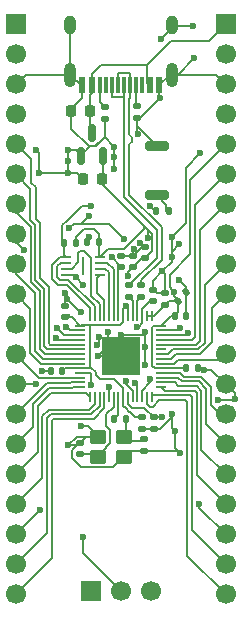
<source format=gbr>
%TF.GenerationSoftware,KiCad,Pcbnew,9.0.5*%
%TF.CreationDate,2025-11-18T21:13:20-05:00*%
%TF.ProjectId,JayBoard,4a617942-6f61-4726-942e-6b696361645f,rev?*%
%TF.SameCoordinates,Original*%
%TF.FileFunction,Copper,L1,Top*%
%TF.FilePolarity,Positive*%
%FSLAX46Y46*%
G04 Gerber Fmt 4.6, Leading zero omitted, Abs format (unit mm)*
G04 Created by KiCad (PCBNEW 9.0.5) date 2025-11-18 21:13:20*
%MOMM*%
%LPD*%
G01*
G04 APERTURE LIST*
G04 Aperture macros list*
%AMRoundRect*
0 Rectangle with rounded corners*
0 $1 Rounding radius*
0 $2 $3 $4 $5 $6 $7 $8 $9 X,Y pos of 4 corners*
0 Add a 4 corners polygon primitive as box body*
4,1,4,$2,$3,$4,$5,$6,$7,$8,$9,$2,$3,0*
0 Add four circle primitives for the rounded corners*
1,1,$1+$1,$2,$3*
1,1,$1+$1,$4,$5*
1,1,$1+$1,$6,$7*
1,1,$1+$1,$8,$9*
0 Add four rect primitives between the rounded corners*
20,1,$1+$1,$2,$3,$4,$5,0*
20,1,$1+$1,$4,$5,$6,$7,0*
20,1,$1+$1,$6,$7,$8,$9,0*
20,1,$1+$1,$8,$9,$2,$3,0*%
G04 Aperture macros list end*
%TA.AperFunction,ComponentPad*%
%ADD10C,1.700000*%
%TD*%
%TA.AperFunction,ComponentPad*%
%ADD11R,1.700000X1.700000*%
%TD*%
%TA.AperFunction,HeatsinkPad*%
%ADD12R,3.200000X3.200000*%
%TD*%
%TA.AperFunction,SMDPad,CuDef*%
%ADD13RoundRect,0.050000X-0.050000X-0.387500X0.050000X-0.387500X0.050000X0.387500X-0.050000X0.387500X0*%
%TD*%
%TA.AperFunction,SMDPad,CuDef*%
%ADD14RoundRect,0.050000X-0.387500X-0.050000X0.387500X-0.050000X0.387500X0.050000X-0.387500X0.050000X0*%
%TD*%
%TA.AperFunction,SMDPad,CuDef*%
%ADD15RoundRect,0.140000X0.170000X-0.140000X0.170000X0.140000X-0.170000X0.140000X-0.170000X-0.140000X0*%
%TD*%
%TA.AperFunction,SMDPad,CuDef*%
%ADD16RoundRect,0.225000X0.225000X0.250000X-0.225000X0.250000X-0.225000X-0.250000X0.225000X-0.250000X0*%
%TD*%
%TA.AperFunction,SMDPad,CuDef*%
%ADD17R,0.600000X1.450000*%
%TD*%
%TA.AperFunction,SMDPad,CuDef*%
%ADD18R,0.300000X1.450000*%
%TD*%
%TA.AperFunction,HeatsinkPad*%
%ADD19O,1.000000X2.100000*%
%TD*%
%TA.AperFunction,HeatsinkPad*%
%ADD20O,1.000000X1.600000*%
%TD*%
%TA.AperFunction,SMDPad,CuDef*%
%ADD21RoundRect,0.135000X-0.185000X0.135000X-0.185000X-0.135000X0.185000X-0.135000X0.185000X0.135000X0*%
%TD*%
%TA.AperFunction,SMDPad,CuDef*%
%ADD22RoundRect,0.135000X0.135000X0.185000X-0.135000X0.185000X-0.135000X-0.185000X0.135000X-0.185000X0*%
%TD*%
%TA.AperFunction,SMDPad,CuDef*%
%ADD23RoundRect,0.200000X-0.800000X0.200000X-0.800000X-0.200000X0.800000X-0.200000X0.800000X0.200000X0*%
%TD*%
%TA.AperFunction,SMDPad,CuDef*%
%ADD24RoundRect,0.140000X-0.170000X0.140000X-0.170000X-0.140000X0.170000X-0.140000X0.170000X0.140000X0*%
%TD*%
%TA.AperFunction,SMDPad,CuDef*%
%ADD25RoundRect,0.135000X-0.135000X-0.185000X0.135000X-0.185000X0.135000X0.185000X-0.135000X0.185000X0*%
%TD*%
%TA.AperFunction,SMDPad,CuDef*%
%ADD26RoundRect,0.140000X0.021213X-0.219203X0.219203X-0.021213X-0.021213X0.219203X-0.219203X0.021213X0*%
%TD*%
%TA.AperFunction,SMDPad,CuDef*%
%ADD27RoundRect,0.250000X0.450000X0.350000X-0.450000X0.350000X-0.450000X-0.350000X0.450000X-0.350000X0*%
%TD*%
%TA.AperFunction,SMDPad,CuDef*%
%ADD28RoundRect,0.062500X-0.387500X-0.062500X0.387500X-0.062500X0.387500X0.062500X-0.387500X0.062500X0*%
%TD*%
%TA.AperFunction,HeatsinkPad*%
%ADD29R,0.200000X1.600000*%
%TD*%
%TA.AperFunction,SMDPad,CuDef*%
%ADD30RoundRect,0.140000X0.140000X0.170000X-0.140000X0.170000X-0.140000X-0.170000X0.140000X-0.170000X0*%
%TD*%
%TA.AperFunction,SMDPad,CuDef*%
%ADD31RoundRect,0.150000X0.150000X-0.587500X0.150000X0.587500X-0.150000X0.587500X-0.150000X-0.587500X0*%
%TD*%
%TA.AperFunction,SMDPad,CuDef*%
%ADD32RoundRect,0.140000X-0.140000X-0.170000X0.140000X-0.170000X0.140000X0.170000X-0.140000X0.170000X0*%
%TD*%
%TA.AperFunction,ViaPad*%
%ADD33C,0.600000*%
%TD*%
%TA.AperFunction,Conductor*%
%ADD34C,0.200000*%
%TD*%
G04 APERTURE END LIST*
D10*
%TO.P,J2,20,Pin_20*%
%TO.N,GPIO15*%
X221930000Y-115570000D03*
%TO.P,J2,19,Pin_19*%
%TO.N,GPIO14*%
X221930000Y-113030000D03*
%TO.P,J2,18,Pin_18*%
%TO.N,GND*%
X221930000Y-110490000D03*
%TO.P,J2,17,Pin_17*%
%TO.N,GPIO13*%
X221930000Y-107950000D03*
%TO.P,J2,16,Pin_16*%
%TO.N,GPIO12*%
X221930000Y-105410000D03*
%TO.P,J2,15,Pin_15*%
%TO.N,GPIO11*%
X221930000Y-102870000D03*
%TO.P,J2,14,Pin_14*%
%TO.N,GPIO10*%
X221930000Y-100330000D03*
%TO.P,J2,13,Pin_13*%
%TO.N,GND*%
X221930000Y-97790000D03*
%TO.P,J2,12,Pin_12*%
%TO.N,GPIO9*%
X221930000Y-95250000D03*
%TO.P,J2,11,Pin_11*%
%TO.N,GPIO8*%
X221930000Y-92710000D03*
%TO.P,J2,10,Pin_10*%
%TO.N,GPIO7*%
X221930000Y-90170000D03*
%TO.P,J2,9,Pin_9*%
%TO.N,GPIO6*%
X221930000Y-87630000D03*
%TO.P,J2,8,Pin_8*%
%TO.N,GND*%
X221930000Y-85090000D03*
%TO.P,J2,7,Pin_7*%
%TO.N,GPIO5*%
X221930000Y-82550000D03*
%TO.P,J2,6,Pin_6*%
%TO.N,GPIO4*%
X221930000Y-80010000D03*
%TO.P,J2,5,Pin_5*%
%TO.N,GPIO3*%
X221930000Y-77470000D03*
%TO.P,J2,4,Pin_4*%
%TO.N,GPIO2*%
X221930000Y-74930000D03*
%TO.P,J2,3,Pin_3*%
%TO.N,GND*%
X221930000Y-72390000D03*
%TO.P,J2,2,Pin_2*%
%TO.N,GPIO1*%
X221930000Y-69850000D03*
D11*
%TO.P,J2,1,Pin_1*%
%TO.N,GPIO0*%
X221930000Y-67310000D03*
%TD*%
D12*
%TO.P,U1,57,GND*%
%TO.N,GND*%
X230820000Y-95440000D03*
D13*
%TO.P,U1,56,QSPI_SS*%
%TO.N,QSPI_SS*%
X228220000Y-92002500D03*
%TO.P,U1,55,QSPI_SD1*%
%TO.N,QSPI_SD1*%
X228620000Y-92002500D03*
%TO.P,U1,54,QSPI_SD2*%
%TO.N,QSPI_SD2*%
X229020000Y-92002500D03*
%TO.P,U1,53,QSPI_SD0*%
%TO.N,QSPI_SD0*%
X229420000Y-92002500D03*
%TO.P,U1,52,QSPI_SCLK*%
%TO.N,QSPI_SCLK*%
X229820000Y-92002500D03*
%TO.P,U1,51,QSPI_SD3*%
%TO.N,QSPI_SD3*%
X230220000Y-92002500D03*
%TO.P,U1,50,DVDD*%
%TO.N,+1V1*%
X230620000Y-92002500D03*
%TO.P,U1,49,IOVDD*%
%TO.N,+3V3*%
X231020000Y-92002500D03*
%TO.P,U1,48,USB_VDD*%
X231420000Y-92002500D03*
%TO.P,U1,47,USB_DP*%
%TO.N,Net-(U1-USB_DP)*%
X231820000Y-92002500D03*
%TO.P,U1,46,USB_DM*%
%TO.N,Net-(U1-USB_DM)*%
X232220000Y-92002500D03*
%TO.P,U1,45,VREG_VOUT*%
%TO.N,+1V1*%
X232620000Y-92002500D03*
%TO.P,U1,44,VREG_IN*%
%TO.N,+3V3*%
X233020000Y-92002500D03*
%TO.P,U1,43,ADC_AVDD*%
X233420000Y-92002500D03*
D14*
%TO.P,U1,42,IOVDD*%
X234257500Y-92840000D03*
%TO.P,U1,41,GPIO29_ADC3*%
%TO.N,GPIO29_ADC3*%
X234257500Y-93240000D03*
%TO.P,U1,40,GPIO28_ADC2*%
%TO.N,GPIO28_ADC2*%
X234257500Y-93640000D03*
%TO.P,U1,39,GPIO27_ADC1*%
%TO.N,GPIO27_ADC1*%
X234257500Y-94040000D03*
%TO.P,U1,38,GPIO26_ADC0*%
%TO.N,GPIO26_ADC0*%
X234257500Y-94440000D03*
%TO.P,U1,37,GPIO25*%
%TO.N,unconnected-(U1-GPIO25-Pad37)*%
X234257500Y-94840000D03*
%TO.P,U1,36,GPIO24*%
%TO.N,GPIO24*%
X234257500Y-95240000D03*
%TO.P,U1,35,GPIO23*%
%TO.N,GPIO23*%
X234257500Y-95640000D03*
%TO.P,U1,34,GPIO22*%
%TO.N,GPIO22*%
X234257500Y-96040000D03*
%TO.P,U1,33,IOVDD*%
%TO.N,+3V3*%
X234257500Y-96440000D03*
%TO.P,U1,32,GPIO21*%
%TO.N,GPIO21*%
X234257500Y-96840000D03*
%TO.P,U1,31,GPIO20*%
%TO.N,GPIO20*%
X234257500Y-97240000D03*
%TO.P,U1,30,GPIO19*%
%TO.N,GPIO19*%
X234257500Y-97640000D03*
%TO.P,U1,29,GPIO18*%
%TO.N,GPIO18*%
X234257500Y-98040000D03*
D13*
%TO.P,U1,28,GPIO17*%
%TO.N,GPIO17*%
X233420000Y-98877500D03*
%TO.P,U1,27,GPIO16*%
%TO.N,GPIO16*%
X233020000Y-98877500D03*
%TO.P,U1,26,RUN*%
%TO.N,RUN*%
X232620000Y-98877500D03*
%TO.P,U1,25,SWD*%
%TO.N,SWD*%
X232220000Y-98877500D03*
%TO.P,U1,24,SWCLK*%
%TO.N,SWCLK*%
X231820000Y-98877500D03*
%TO.P,U1,23,DVDD*%
%TO.N,+1V1*%
X231420000Y-98877500D03*
%TO.P,U1,22,IOVDD*%
%TO.N,+3V3*%
X231020000Y-98877500D03*
%TO.P,U1,21,XOUT*%
%TO.N,XOUT*%
X230620000Y-98877500D03*
%TO.P,U1,20,XIN*%
%TO.N,XIN*%
X230220000Y-98877500D03*
%TO.P,U1,19,TESTEN*%
%TO.N,GND*%
X229820000Y-98877500D03*
%TO.P,U1,18,GPIO15*%
%TO.N,GPIO15*%
X229420000Y-98877500D03*
%TO.P,U1,17,GPIO14*%
%TO.N,GPIO14*%
X229020000Y-98877500D03*
%TO.P,U1,16,GPIO13*%
%TO.N,GPIO13*%
X228620000Y-98877500D03*
%TO.P,U1,15,GPIO12*%
%TO.N,GPIO12*%
X228220000Y-98877500D03*
D14*
%TO.P,U1,14,GPIO11*%
%TO.N,GPIO11*%
X227382500Y-98040000D03*
%TO.P,U1,13,GPIO10*%
%TO.N,GPIO10*%
X227382500Y-97640000D03*
%TO.P,U1,12,GPIO9*%
%TO.N,GPIO9*%
X227382500Y-97240000D03*
%TO.P,U1,11,GPIO8*%
%TO.N,GPIO8*%
X227382500Y-96840000D03*
%TO.P,U1,10,IOVDD*%
%TO.N,+3V3*%
X227382500Y-96440000D03*
%TO.P,U1,9,GPIO7*%
%TO.N,GPIO7*%
X227382500Y-96040000D03*
%TO.P,U1,8,GPIO6*%
%TO.N,GPIO6*%
X227382500Y-95640000D03*
%TO.P,U1,7,GPIO5*%
%TO.N,GPIO5*%
X227382500Y-95240000D03*
%TO.P,U1,6,GPIO4*%
%TO.N,GPIO4*%
X227382500Y-94840000D03*
%TO.P,U1,5,GPIO3*%
%TO.N,GPIO3*%
X227382500Y-94440000D03*
%TO.P,U1,4,GPIO2*%
%TO.N,GPIO2*%
X227382500Y-94040000D03*
%TO.P,U1,3,GPIO1*%
%TO.N,GPIO1*%
X227382500Y-93640000D03*
%TO.P,U1,2,GPIO0*%
%TO.N,GPIO0*%
X227382500Y-93240000D03*
%TO.P,U1,1,IOVDD*%
%TO.N,+3V3*%
X227382500Y-92840000D03*
%TD*%
D15*
%TO.P,C4,1*%
%TO.N,+3V3*%
X226060000Y-92140000D03*
%TO.P,C4,2*%
%TO.N,GND*%
X226060000Y-91180000D03*
%TD*%
D16*
%TO.P,C13,1*%
%TO.N,VBUS*%
X228185000Y-74620000D03*
%TO.P,C13,2*%
%TO.N,GND*%
X226635000Y-74620000D03*
%TD*%
D15*
%TO.P,C5,1*%
%TO.N,+3V3*%
X234520000Y-91070000D03*
%TO.P,C5,2*%
%TO.N,GND*%
X234520000Y-90110000D03*
%TD*%
%TO.P,C6,1*%
%TO.N,+3V3*%
X231870000Y-87870000D03*
%TO.P,C6,2*%
%TO.N,GND*%
X231870000Y-86910000D03*
%TD*%
D17*
%TO.P,J1,A1,GND*%
%TO.N,GND*%
X234070000Y-72485000D03*
%TO.P,J1,A4,VBUS*%
%TO.N,VBUS*%
X233270000Y-72485000D03*
D18*
%TO.P,J1,A5,CC1*%
%TO.N,Net-(J1-CC1)*%
X232070000Y-72485000D03*
%TO.P,J1,A6,D+*%
%TO.N,USB_D+*%
X231070000Y-72485000D03*
%TO.P,J1,A7,D-*%
%TO.N,USB_D-*%
X230570000Y-72485000D03*
%TO.P,J1,A8*%
%TO.N,N/C*%
X229570000Y-72485000D03*
D17*
%TO.P,J1,A9,VBUS*%
%TO.N,VBUS*%
X228370000Y-72485000D03*
%TO.P,J1,A12,GND*%
%TO.N,GND*%
X227570000Y-72485000D03*
%TO.P,J1,B1,GND*%
X227570000Y-72485000D03*
%TO.P,J1,B4,VBUS*%
%TO.N,VBUS*%
X228370000Y-72485000D03*
D18*
%TO.P,J1,B5,CC2*%
%TO.N,Net-(J1-CC2)*%
X229070000Y-72485000D03*
%TO.P,J1,B6,D+*%
%TO.N,USB_D+*%
X230070000Y-72485000D03*
%TO.P,J1,B7,D-*%
%TO.N,USB_D-*%
X231570000Y-72485000D03*
%TO.P,J1,B8*%
%TO.N,N/C*%
X232570000Y-72485000D03*
D17*
%TO.P,J1,B9,VBUS*%
%TO.N,VBUS*%
X233270000Y-72485000D03*
%TO.P,J1,B12,GND*%
%TO.N,GND*%
X234070000Y-72485000D03*
D19*
%TO.P,J1,S1,SHIELD*%
X235140000Y-71570000D03*
D20*
X235140000Y-67390000D03*
D19*
X226500000Y-71570000D03*
D20*
X226500000Y-67390000D03*
%TD*%
D21*
%TO.P,R3,1*%
%TO.N,USB_D+*%
X231495000Y-89420000D03*
%TO.P,R3,2*%
%TO.N,Net-(U1-USB_DP)*%
X231495000Y-90440000D03*
%TD*%
%TO.P,R2,1*%
%TO.N,Net-(J1-CC1)*%
X232210000Y-74250000D03*
%TO.P,R2,2*%
%TO.N,GND*%
X232210000Y-75270000D03*
%TD*%
D16*
%TO.P,C14,1*%
%TO.N,+3V3*%
X229195000Y-80390000D03*
%TO.P,C14,2*%
%TO.N,GND*%
X227645000Y-80390000D03*
%TD*%
D22*
%TO.P,R5,1*%
%TO.N,Net-(C16-Pad2)*%
X231270000Y-100750000D03*
%TO.P,R5,2*%
%TO.N,XOUT*%
X230250000Y-100750000D03*
%TD*%
D11*
%TO.P,J4,1,Pin_1*%
%TO.N,SWCLK*%
X228280000Y-115330000D03*
D10*
%TO.P,J4,2,Pin_2*%
%TO.N,GND*%
X230820000Y-115330000D03*
%TO.P,J4,3,Pin_3*%
%TO.N,SWD*%
X233360000Y-115330000D03*
%TD*%
D23*
%TO.P,SW1,1,1*%
%TO.N,GND*%
X233870000Y-77590000D03*
%TO.P,SW1,2,2*%
%TO.N,Net-(R6-Pad2)*%
X233870000Y-81790000D03*
%TD*%
D24*
%TO.P,C10,1*%
%TO.N,+1V1*%
X233660000Y-100600000D03*
%TO.P,C10,2*%
%TO.N,GND*%
X233660000Y-101560000D03*
%TD*%
D15*
%TO.P,C11,1*%
%TO.N,+1V1*%
X233545000Y-90740000D03*
%TO.P,C11,2*%
%TO.N,GND*%
X233545000Y-89780000D03*
%TD*%
D25*
%TO.P,R6,1*%
%TO.N,QSPI_SS*%
X233835000Y-83090000D03*
%TO.P,R6,2*%
%TO.N,Net-(R6-Pad2)*%
X234855000Y-83090000D03*
%TD*%
D24*
%TO.P,C15,1*%
%TO.N,GND*%
X227320000Y-102760000D03*
%TO.P,C15,2*%
%TO.N,XIN*%
X227320000Y-103720000D03*
%TD*%
D25*
%TO.P,R7,1*%
%TO.N,QSPI_SS*%
X226030000Y-85810000D03*
%TO.P,R7,2*%
%TO.N,+3V3*%
X227050000Y-85810000D03*
%TD*%
D15*
%TO.P,C7,1*%
%TO.N,+3V3*%
X232830000Y-87130000D03*
%TO.P,C7,2*%
%TO.N,GND*%
X232830000Y-86170000D03*
%TD*%
D26*
%TO.P,C1,1*%
%TO.N,+3V3*%
X235680589Y-90704411D03*
%TO.P,C1,2*%
%TO.N,GND*%
X236359411Y-90025589D03*
%TD*%
D27*
%TO.P,Y1,1,1*%
%TO.N,Net-(C16-Pad2)*%
X231070000Y-102220000D03*
%TO.P,Y1,2,2*%
%TO.N,GND*%
X228870000Y-102220000D03*
%TO.P,Y1,3,3*%
%TO.N,XIN*%
X228870000Y-103920000D03*
%TO.P,Y1,4,4*%
%TO.N,GND*%
X231070000Y-103920000D03*
%TD*%
D24*
%TO.P,C2,1*%
%TO.N,+3V3*%
X232620000Y-100590000D03*
%TO.P,C2,2*%
%TO.N,GND*%
X232620000Y-101550000D03*
%TD*%
D28*
%TO.P,U4,1,~{CS}*%
%TO.N,QSPI_SS*%
X226195000Y-87015000D03*
%TO.P,U4,2,DO/IO_{1}*%
%TO.N,QSPI_SD1*%
X226195000Y-87515000D03*
%TO.P,U4,3,~{WP}/IO_{2}*%
%TO.N,QSPI_SD2*%
X226195000Y-88015000D03*
%TO.P,U4,4,GND*%
%TO.N,GND*%
X226195000Y-88515000D03*
%TO.P,U4,5,DI/IO_{0}*%
%TO.N,QSPI_SD0*%
X229045000Y-88515000D03*
%TO.P,U4,6,CLK*%
%TO.N,QSPI_SCLK*%
X229045000Y-88015000D03*
%TO.P,U4,7,~{HOLD}/~{RESET}/IO_{3}*%
%TO.N,QSPI_SD3*%
X229045000Y-87515000D03*
%TO.P,U4,8,VCC*%
%TO.N,+3V3*%
X229045000Y-87015000D03*
D29*
%TO.P,U4,9*%
%TO.N,N/C*%
X227620000Y-87765000D03*
%TD*%
D30*
%TO.P,C3,1*%
%TO.N,+3V3*%
X225850000Y-96670000D03*
%TO.P,C3,2*%
%TO.N,GND*%
X224890000Y-96670000D03*
%TD*%
D31*
%TO.P,U2,1,GND*%
%TO.N,GND*%
X227420000Y-78427500D03*
%TO.P,U2,2,VO*%
%TO.N,+3V3*%
X229320000Y-78427500D03*
%TO.P,U2,3,VI*%
%TO.N,VBUS*%
X228370000Y-76552500D03*
%TD*%
D30*
%TO.P,C17,1*%
%TO.N,+3V3*%
X228950000Y-85790000D03*
%TO.P,C17,2*%
%TO.N,GND*%
X227990000Y-85790000D03*
%TD*%
D21*
%TO.P,R4,1*%
%TO.N,USB_D-*%
X232545000Y-89420000D03*
%TO.P,R4,2*%
%TO.N,Net-(U1-USB_DM)*%
X232545000Y-90440000D03*
%TD*%
D32*
%TO.P,C8,1*%
%TO.N,+3V3*%
X235370000Y-92015000D03*
%TO.P,C8,2*%
%TO.N,GND*%
X236330000Y-92015000D03*
%TD*%
D15*
%TO.P,C12,1*%
%TO.N,+1V1*%
X230845000Y-87865000D03*
%TO.P,C12,2*%
%TO.N,GND*%
X230845000Y-86905000D03*
%TD*%
D21*
%TO.P,R1,1*%
%TO.N,Net-(J1-CC2)*%
X229470000Y-74320000D03*
%TO.P,R1,2*%
%TO.N,GND*%
X229470000Y-75340000D03*
%TD*%
D11*
%TO.P,J3,1,Pin_1*%
%TO.N,VBUS*%
X239710000Y-67310000D03*
D10*
%TO.P,J3,2,Pin_2*%
%TO.N,GPIO29_ADC3*%
X239710000Y-69850000D03*
%TO.P,J3,3,Pin_3*%
%TO.N,GND*%
X239710000Y-72390000D03*
%TO.P,J3,4,Pin_4*%
%TO.N,GPIO28_ADC2*%
X239710000Y-74930000D03*
%TO.P,J3,5,Pin_5*%
%TO.N,+3V3*%
X239710000Y-77470000D03*
%TO.P,J3,6,Pin_6*%
%TO.N,GPIO27_ADC1*%
X239710000Y-80010000D03*
%TO.P,J3,7,Pin_7*%
%TO.N,GPIO26_ADC0*%
X239710000Y-82550000D03*
%TO.P,J3,8,Pin_8*%
%TO.N,GND*%
X239710000Y-85090000D03*
%TO.P,J3,9,Pin_9*%
%TO.N,GPIO24*%
X239710000Y-87630000D03*
%TO.P,J3,10,Pin_10*%
%TO.N,GPIO23*%
X239710000Y-90170000D03*
%TO.P,J3,11,Pin_11*%
%TO.N,RUN*%
X239710000Y-92710000D03*
%TO.P,J3,12,Pin_12*%
%TO.N,GPIO22*%
X239710000Y-95250000D03*
%TO.P,J3,13,Pin_13*%
%TO.N,GND*%
X239710000Y-97790000D03*
%TO.P,J3,14,Pin_14*%
%TO.N,GPIO21*%
X239710000Y-100330000D03*
%TO.P,J3,15,Pin_15*%
%TO.N,GPIO20*%
X239710000Y-102870000D03*
%TO.P,J3,16,Pin_16*%
%TO.N,GPIO19*%
X239710000Y-105410000D03*
%TO.P,J3,17,Pin_17*%
%TO.N,GPIO18*%
X239710000Y-107950000D03*
%TO.P,J3,18,Pin_18*%
%TO.N,GND*%
X239710000Y-110490000D03*
%TO.P,J3,19,Pin_19*%
%TO.N,GPIO17*%
X239710000Y-113030000D03*
%TO.P,J3,20,Pin_20*%
%TO.N,GPIO16*%
X239710000Y-115570000D03*
%TD*%
D32*
%TO.P,C9,1*%
%TO.N,+3V3*%
X236360000Y-96420000D03*
%TO.P,C9,2*%
%TO.N,GND*%
X237320000Y-96420000D03*
%TD*%
D15*
%TO.P,C16,1*%
%TO.N,GND*%
X232745000Y-103420000D03*
%TO.P,C16,2*%
%TO.N,Net-(C16-Pad2)*%
X232745000Y-102460000D03*
%TD*%
D33*
%TO.N,GND*%
X235750000Y-85960000D03*
X235770000Y-88940000D03*
X227440000Y-101352000D03*
X237540000Y-78230000D03*
X232424498Y-85833972D03*
X235110000Y-85350000D03*
X222590000Y-86400000D03*
X228120000Y-83570000D03*
X232303587Y-76580609D03*
X237040000Y-70190000D03*
X227644265Y-89355735D03*
X226071000Y-90046627D03*
X228770000Y-94440000D03*
X235390000Y-101730000D03*
X235835000Y-103640000D03*
X237450000Y-107970000D03*
X229710000Y-93389000D03*
X223598163Y-97813308D03*
X227610000Y-110720000D03*
X226350000Y-102940000D03*
X223970000Y-108400000D03*
%TO.N,GPIO8*%
X228311075Y-97891021D03*
%TO.N,QSPI_SS*%
X233316726Y-82690000D03*
X228270000Y-82690000D03*
%TO.N,SWD*%
X232053101Y-97724572D03*
%TO.N,RUN*%
X233321180Y-97329257D03*
%TO.N,GPIO28_ADC2*%
X236507000Y-93440000D03*
%TO.N,SWCLK*%
X231268528Y-97539999D03*
%TO.N,GPIO29_ADC3*%
X235818236Y-93033049D03*
%TO.N,GPIO2*%
X225360000Y-93840000D03*
%TO.N,GPIO0*%
X226180053Y-92933738D03*
%TO.N,GPIO1*%
X225384263Y-93015734D03*
%TO.N,+1V1*%
X234270000Y-100590000D03*
X230035002Y-87047591D03*
X232208561Y-92940000D03*
%TO.N,+3V3*%
X231444387Y-88622083D03*
X233090000Y-85390000D03*
X231220000Y-91204082D03*
X235330000Y-89993231D03*
%TO.N,GND*%
X228870000Y-95390000D03*
X232871000Y-93390000D03*
X227024265Y-88735735D03*
X239040000Y-99140000D03*
X230270000Y-78590000D03*
X224178008Y-96640000D03*
X240445000Y-99040000D03*
X226370000Y-78890000D03*
X226470000Y-84590000D03*
X229832649Y-98054932D03*
X226370000Y-77990000D03*
X231931736Y-86326736D03*
X230270000Y-79590000D03*
X228135446Y-85290000D03*
X236945000Y-67440000D03*
X230820000Y-95440000D03*
X234345000Y-88240000D03*
X234145000Y-73540000D03*
X230270000Y-77690000D03*
X228970000Y-93790000D03*
X223870000Y-79890000D03*
X226370000Y-79890000D03*
X230870000Y-93590000D03*
X235145000Y-87040000D03*
X237860000Y-96546441D03*
X235170000Y-100290000D03*
X226270000Y-90590000D03*
X231070000Y-85490000D03*
X232871000Y-94680000D03*
X227470000Y-91690000D03*
X235770000Y-88940000D03*
X232871000Y-96150000D03*
X223670000Y-77990000D03*
X234245000Y-68540000D03*
%TD*%
D34*
%TO.N,GND*%
X235145000Y-86565000D02*
X235750000Y-85960000D01*
X235145000Y-87040000D02*
X235145000Y-86565000D01*
X235770000Y-88940000D02*
X235770000Y-88930000D01*
X235140000Y-71570000D02*
X234985000Y-71570000D01*
X234985000Y-71570000D02*
X234070000Y-72485000D01*
X229470000Y-76890000D02*
X228710000Y-77650000D01*
X228710000Y-77650000D02*
X228197500Y-77650000D01*
X228197500Y-77650000D02*
X227420000Y-78427500D01*
X229470000Y-75340000D02*
X229470000Y-76831968D01*
X229470000Y-76831968D02*
X228651968Y-77650000D01*
X228651968Y-77650000D02*
X228088032Y-77650000D01*
X226635000Y-76196968D02*
X226635000Y-74620000D01*
X228088032Y-77650000D02*
X226635000Y-76196968D01*
X226370000Y-78890000D02*
X226370000Y-77990000D01*
X230270000Y-79590000D02*
X230270000Y-77690000D01*
X231070000Y-103920000D02*
X230169000Y-104821000D01*
X230169000Y-104821000D02*
X227483450Y-104821000D01*
X227483450Y-104821000D02*
X226709000Y-104046550D01*
X226709000Y-104046550D02*
X226709000Y-103393450D01*
X226709000Y-103393450D02*
X227882450Y-102220000D01*
X227882450Y-102220000D02*
X228870000Y-102220000D01*
X232745000Y-103420000D02*
X231570000Y-103420000D01*
X231570000Y-103420000D02*
X231070000Y-103920000D01*
X228002000Y-101352000D02*
X228870000Y-102220000D01*
X227440000Y-101352000D02*
X228002000Y-101352000D01*
X228870000Y-102220000D02*
X227070000Y-102220000D01*
X227070000Y-102220000D02*
X226350000Y-102940000D01*
X239710000Y-97790000D02*
X238466441Y-96546441D01*
X238466441Y-96546441D02*
X237860000Y-96546441D01*
X240445000Y-99040000D02*
X240445000Y-98525000D01*
X240445000Y-98525000D02*
X239710000Y-97790000D01*
X232871000Y-93390000D02*
X232671000Y-93590000D01*
X232671000Y-93590000D02*
X230870000Y-93590000D01*
X232871000Y-94680000D02*
X232871000Y-96150000D01*
X232871000Y-93390000D02*
X232871000Y-94680000D01*
X236305000Y-79465000D02*
X237540000Y-78230000D01*
X236305000Y-84155000D02*
X236305000Y-79465000D01*
X235110000Y-85350000D02*
X236305000Y-84155000D01*
X235145000Y-87040000D02*
X235145000Y-85385000D01*
X235145000Y-85385000D02*
X235110000Y-85350000D01*
X232493972Y-85833972D02*
X232830000Y-86170000D01*
X232424498Y-85833972D02*
X232493972Y-85833972D01*
X235145000Y-87040000D02*
X235145000Y-87440000D01*
X235145000Y-87440000D02*
X234345000Y-88240000D01*
X226370000Y-77990000D02*
X226982500Y-77990000D01*
X226982500Y-77990000D02*
X227420000Y-78427500D01*
X226370000Y-79890000D02*
X226370000Y-77990000D01*
X223870000Y-79890000D02*
X223870000Y-78190000D01*
X223870000Y-78190000D02*
X223670000Y-77990000D01*
X223870000Y-79890000D02*
X226370000Y-79890000D01*
X221930000Y-85740000D02*
X222590000Y-86400000D01*
X221930000Y-85090000D02*
X221930000Y-85740000D01*
X226370000Y-79890000D02*
X227145000Y-79890000D01*
X227145000Y-79890000D02*
X227645000Y-80390000D01*
X227460000Y-84230000D02*
X228120000Y-83570000D01*
X226830000Y-84230000D02*
X227460000Y-84230000D01*
X226500000Y-71570000D02*
X222750000Y-71570000D01*
X222750000Y-71570000D02*
X221930000Y-72390000D01*
X226500000Y-71570000D02*
X226500000Y-67390000D01*
X227570000Y-72485000D02*
X227415000Y-72485000D01*
X227415000Y-72485000D02*
X226500000Y-71570000D01*
X226635000Y-74620000D02*
X226635000Y-74455000D01*
X227570000Y-73520000D02*
X227570000Y-72485000D01*
X226635000Y-74455000D02*
X227570000Y-73520000D01*
X230270000Y-77690000D02*
X229470000Y-76890000D01*
X229470000Y-76890000D02*
X229470000Y-75340000D01*
X232210000Y-75930000D02*
X232210000Y-76487022D01*
X232210000Y-76487022D02*
X232303587Y-76580609D01*
X232210000Y-75270000D02*
X232210000Y-75930000D01*
X232210000Y-75930000D02*
X233870000Y-77590000D01*
X234145000Y-73540000D02*
X232415000Y-75270000D01*
X232415000Y-75270000D02*
X232210000Y-75270000D01*
X235660000Y-71570000D02*
X237040000Y-70190000D01*
X235140000Y-71570000D02*
X235660000Y-71570000D01*
X235140000Y-71570000D02*
X238890000Y-71570000D01*
X238890000Y-71570000D02*
X239710000Y-72390000D01*
X234245000Y-68540000D02*
X235345000Y-67440000D01*
X235345000Y-67440000D02*
X236945000Y-67440000D01*
X231070000Y-85490000D02*
X229810000Y-84230000D01*
X229810000Y-84230000D02*
X226830000Y-84230000D01*
X226830000Y-84230000D02*
X226470000Y-84590000D01*
X227024265Y-88735735D02*
X227644265Y-89355735D01*
X226270000Y-90245627D02*
X226071000Y-90046627D01*
X226270000Y-90590000D02*
X226270000Y-90245627D01*
X227470000Y-91690000D02*
X227370000Y-91690000D01*
X227370000Y-91690000D02*
X226270000Y-90590000D01*
X228970000Y-94240000D02*
X228770000Y-94440000D01*
X228970000Y-93790000D02*
X228970000Y-94240000D01*
X235390000Y-101730000D02*
X235390000Y-103195000D01*
X235390000Y-103195000D02*
X235835000Y-103640000D01*
X235170000Y-101510000D02*
X235390000Y-101730000D01*
X235170000Y-100290000D02*
X235170000Y-101510000D01*
X233660000Y-101560000D02*
X234149943Y-101560000D01*
X234149943Y-101560000D02*
X235170000Y-100539943D01*
X235170000Y-100539943D02*
X235170000Y-100290000D01*
X237450000Y-108230000D02*
X237450000Y-107970000D01*
X239710000Y-110490000D02*
X237450000Y-108230000D01*
X235835000Y-103640000D02*
X235615000Y-103420000D01*
X235615000Y-103420000D02*
X232745000Y-103420000D01*
X229710000Y-94550000D02*
X229710000Y-93389000D01*
X228870000Y-95390000D02*
X229710000Y-94550000D01*
X223574855Y-97790000D02*
X223598163Y-97813308D01*
X221930000Y-97790000D02*
X223574855Y-97790000D01*
X230820000Y-95440000D02*
X228920000Y-95440000D01*
X228920000Y-95440000D02*
X228870000Y-95390000D01*
X230820000Y-95440000D02*
X229170000Y-93790000D01*
X229170000Y-93790000D02*
X228970000Y-93790000D01*
X227610000Y-112120000D02*
X227610000Y-110720000D01*
X230820000Y-115330000D02*
X227610000Y-112120000D01*
X221930000Y-110490000D02*
X223970000Y-108450000D01*
X223970000Y-108450000D02*
X223970000Y-108400000D01*
X226350000Y-102940000D02*
X227140000Y-102940000D01*
X227140000Y-102940000D02*
X227320000Y-102760000D01*
%TO.N,+3V3*%
X226450000Y-91840000D02*
X226450000Y-91907500D01*
%TO.N,USB_D-*%
X230619000Y-71459000D02*
X231521000Y-71459000D01*
X231545000Y-78196899D02*
X231545000Y-81766802D01*
X232545000Y-89006397D02*
X232545000Y-89420000D01*
X231570000Y-73572501D02*
X231545000Y-73597501D01*
X234295000Y-87256397D02*
X232545000Y-89006397D01*
X231545000Y-81766802D02*
X234295000Y-84516802D01*
X230570000Y-72485000D02*
X230570000Y-71508000D01*
X231521000Y-71459000D02*
X231570000Y-71508000D01*
X234295000Y-84516802D02*
X234295000Y-87256397D01*
X230570000Y-71508000D02*
X230619000Y-71459000D01*
X231545000Y-73597501D02*
X231545000Y-76646431D01*
X231570000Y-71508000D02*
X231570000Y-72485000D01*
X231570000Y-72485000D02*
X231570000Y-73572501D01*
%TO.N,USB_D+*%
X233845000Y-84703198D02*
X233845000Y-87070000D01*
X230070000Y-72485000D02*
X230070000Y-73462000D01*
X231095000Y-81953198D02*
X233845000Y-84703198D01*
X231095000Y-73597501D02*
X231095000Y-81953198D01*
X231070000Y-73462000D02*
X231070000Y-72485000D01*
X231070000Y-73572501D02*
X231095000Y-73597501D01*
X231070000Y-72485000D02*
X231070000Y-73572501D01*
X230070000Y-73462000D02*
X230119000Y-73511000D01*
X233845000Y-87070000D02*
X231495000Y-89420000D01*
X230119000Y-73511000D02*
X231021000Y-73511000D01*
X231021000Y-73511000D02*
X231070000Y-73462000D01*
%TO.N,QSPI_SD3*%
X230220000Y-92002500D02*
X230220000Y-88076202D01*
X230220000Y-88076202D02*
X229658798Y-87515000D01*
X229658798Y-87515000D02*
X229045000Y-87515000D01*
%TO.N,QSPI_SD0*%
X229420000Y-90665000D02*
X228795000Y-90040000D01*
X228795000Y-88765000D02*
X229045000Y-88515000D01*
X229420000Y-92002500D02*
X229420000Y-90665000D01*
X228795000Y-90040000D02*
X228795000Y-88765000D01*
%TO.N,QSPI_SD1*%
X225420000Y-88705798D02*
X225420000Y-87824202D01*
X226381000Y-88941000D02*
X225655202Y-88941000D01*
X225420000Y-87824202D02*
X225729202Y-87515000D01*
X225444000Y-88729798D02*
X225444000Y-88681798D01*
X228620000Y-91180000D02*
X226381000Y-88941000D01*
X225729202Y-87515000D02*
X226195000Y-87515000D01*
X225444000Y-88681798D02*
X225420000Y-88705798D01*
X225655202Y-88941000D02*
X225444000Y-88729798D01*
X228620000Y-92002500D02*
X228620000Y-91180000D01*
%TO.N,QSPI_SD2*%
X226660798Y-88015000D02*
X226195000Y-88015000D01*
X229020000Y-91012900D02*
X228294000Y-90286900D01*
X227219000Y-87456798D02*
X226660798Y-88015000D01*
X227219000Y-86664000D02*
X227219000Y-87456798D01*
X227670000Y-86490000D02*
X227393000Y-86490000D01*
X228294000Y-87114000D02*
X227670000Y-86490000D01*
X229020000Y-92002500D02*
X229020000Y-91012900D01*
X227393000Y-86490000D02*
X227219000Y-86664000D01*
X228294000Y-90286900D02*
X228294000Y-87114000D01*
%TO.N,QSPI_SCLK*%
X229820000Y-88324202D02*
X229510798Y-88015000D01*
X229510798Y-88015000D02*
X229045000Y-88015000D01*
X229820000Y-92002500D02*
X229820000Y-88324202D01*
%TO.N,Net-(R6-Pad2)*%
X234670000Y-83090000D02*
X234670000Y-82590000D01*
X234670000Y-82590000D02*
X233870000Y-81790000D01*
%TO.N,QSPI_SS*%
X228220000Y-92002500D02*
X228220000Y-91350000D01*
X225662102Y-87015000D02*
X226195000Y-87015000D01*
X228270000Y-82690000D02*
X227569997Y-82690000D01*
X226269997Y-83990000D02*
X226220057Y-83990000D01*
X226231450Y-89358550D02*
X225505652Y-89358550D01*
X233650000Y-83090000D02*
X233650000Y-83023274D01*
X225869000Y-85649000D02*
X226030000Y-85810000D01*
X226220057Y-83990000D02*
X225869000Y-84341057D01*
X225505652Y-89358550D02*
X225019000Y-88871898D01*
X227270000Y-90397100D02*
X226231450Y-89358550D01*
X226030000Y-86850000D02*
X226195000Y-87015000D01*
X225019000Y-88871898D02*
X225019000Y-87658102D01*
X227270000Y-90400000D02*
X227270000Y-90397100D01*
X225019000Y-87658102D02*
X225662102Y-87015000D01*
X225869000Y-84341057D02*
X225869000Y-85649000D01*
X226030000Y-85810000D02*
X226030000Y-86850000D01*
X228220000Y-91350000D02*
X227270000Y-90400000D01*
X227569997Y-82690000D02*
X226269997Y-83990000D01*
X233650000Y-83023274D02*
X233316726Y-82690000D01*
%TO.N,XOUT*%
X230620000Y-100380000D02*
X230250000Y-100750000D01*
X230620000Y-98877500D02*
X230620000Y-100380000D01*
%TO.N,Net-(U1-USB_DM)*%
X232220000Y-92002500D02*
X232220000Y-90765000D01*
X232220000Y-90765000D02*
X232545000Y-90440000D01*
%TO.N,Net-(U1-USB_DP)*%
X231820000Y-92002500D02*
X231820000Y-90765000D01*
X231820000Y-90765000D02*
X231495000Y-90440000D01*
%TO.N,SWD*%
X232053101Y-97724572D02*
X232220000Y-97891470D01*
X232220000Y-97891470D02*
X232220000Y-98877500D01*
%TO.N,GPIO24*%
X237374100Y-94841000D02*
X237909000Y-94306100D01*
X235219000Y-94841000D02*
X237374100Y-94841000D01*
X234820000Y-95240000D02*
X235219000Y-94841000D01*
X237909000Y-94306100D02*
X237909000Y-89431000D01*
X237909000Y-89431000D02*
X239710000Y-87630000D01*
X234257500Y-95240000D02*
X234820000Y-95240000D01*
%TO.N,GPIO23*%
X235052000Y-95640000D02*
X235450000Y-95242000D01*
X235450000Y-95242000D02*
X237540200Y-95242000D01*
X238559000Y-94223200D02*
X238559000Y-91321000D01*
X237540200Y-95242000D02*
X238559000Y-94223200D01*
X234257500Y-95640000D02*
X235052000Y-95640000D01*
X238559000Y-91321000D02*
X239710000Y-90170000D01*
%TO.N,RUN*%
X233321180Y-97329257D02*
X233321180Y-97638820D01*
X232620000Y-98340000D02*
X232620000Y-98877500D01*
X233321180Y-97638820D02*
X232620000Y-98340000D01*
%TO.N,GPIO20*%
X234257500Y-97240000D02*
X235660000Y-97240000D01*
X235660000Y-97240000D02*
X235961000Y-97541000D01*
X238039000Y-101199000D02*
X239710000Y-102870000D01*
X238039000Y-98176100D02*
X238039000Y-101199000D01*
X235961000Y-97541000D02*
X237403900Y-97541000D01*
X237403900Y-97541000D02*
X238039000Y-98176100D01*
%TO.N,GPIO16*%
X236435000Y-112295000D02*
X239710000Y-115570000D01*
X236435000Y-99310000D02*
X236435000Y-112295000D01*
X233532774Y-99700000D02*
X234087774Y-99145000D01*
X234087774Y-99145000D02*
X236270000Y-99145000D01*
X233270000Y-99700000D02*
X233532774Y-99700000D01*
X233020000Y-99450000D02*
X233270000Y-99700000D01*
X236270000Y-99145000D02*
X236435000Y-99310000D01*
X233020000Y-98877500D02*
X233020000Y-99450000D01*
%TO.N,GPIO22*%
X235360000Y-96040000D02*
X235680000Y-95720000D01*
X239240000Y-95720000D02*
X239710000Y-95250000D01*
X234257500Y-96040000D02*
X235360000Y-96040000D01*
X235680000Y-95720000D02*
X239240000Y-95720000D01*
%TO.N,GPIO17*%
X236836000Y-110156000D02*
X239710000Y-113030000D01*
X233553500Y-98744000D02*
X236684000Y-98744000D01*
X233420000Y-98877500D02*
X233553500Y-98744000D01*
X236836000Y-98896000D02*
X236836000Y-110156000D01*
X236684000Y-98744000D02*
X236836000Y-98896000D01*
%TO.N,GPIO21*%
X239235000Y-100330000D02*
X239710000Y-100330000D01*
X238440000Y-98010000D02*
X238440000Y-99535000D01*
X238440000Y-99535000D02*
X239235000Y-100330000D01*
X236142450Y-97140000D02*
X237570000Y-97140000D01*
X237570000Y-97140000D02*
X238440000Y-98010000D01*
X234257500Y-96840000D02*
X235842450Y-96840000D01*
X235842450Y-96840000D02*
X236142450Y-97140000D01*
%TO.N,GPIO19*%
X235390000Y-97640000D02*
X235692000Y-97942000D01*
X237237800Y-97942000D02*
X237638000Y-98342200D01*
X237638000Y-103338000D02*
X239710000Y-105410000D01*
X234257500Y-97640000D02*
X235390000Y-97640000D01*
X235692000Y-97942000D02*
X237237800Y-97942000D01*
X237638000Y-98342200D02*
X237638000Y-103338000D01*
%TO.N,GPIO26_ADC0*%
X237508000Y-84752000D02*
X239710000Y-82550000D01*
X237508000Y-94140000D02*
X237508000Y-84752000D01*
X234257500Y-94440000D02*
X237208000Y-94440000D01*
X237208000Y-94440000D02*
X237508000Y-94140000D01*
%TO.N,GPIO28_ADC2*%
X236307000Y-93640000D02*
X236507000Y-93440000D01*
X234257500Y-93640000D02*
X236307000Y-93640000D01*
%TO.N,GPIO27_ADC1*%
X237107000Y-82613000D02*
X239710000Y-80010000D01*
X237107000Y-93753000D02*
X237107000Y-82613000D01*
X236820000Y-94040000D02*
X237107000Y-93753000D01*
X234257500Y-94040000D02*
X236820000Y-94040000D01*
%TO.N,SWCLK*%
X231820000Y-98340000D02*
X231268528Y-97788528D01*
X231268528Y-97788528D02*
X231268528Y-97539999D01*
X231820000Y-98877500D02*
X231820000Y-98340000D01*
%TO.N,GPIO18*%
X234257500Y-98040000D02*
X234560500Y-98343000D01*
X237237000Y-99040000D02*
X237237000Y-105477000D01*
X234560500Y-98343000D02*
X237020000Y-98343000D01*
X237020000Y-98343000D02*
X237071700Y-98343000D01*
X237237000Y-98508300D02*
X237237000Y-99040000D01*
X237237000Y-105477000D02*
X239710000Y-107950000D01*
X237071700Y-98343000D02*
X237237000Y-98508300D01*
%TO.N,GPIO29_ADC3*%
X234257500Y-93240000D02*
X235611285Y-93240000D01*
X235611285Y-93240000D02*
X235818236Y-93033049D01*
%TO.N,GPIO14*%
X228329000Y-100351000D02*
X224876100Y-100351000D01*
X229020000Y-99660000D02*
X228329000Y-100351000D01*
X224876100Y-100351000D02*
X224571550Y-100655550D01*
X224571550Y-110388450D02*
X221930000Y-113030000D01*
X229020000Y-98877500D02*
X229020000Y-99660000D01*
X224571550Y-100655550D02*
X224571550Y-110388450D01*
%TO.N,GPIO15*%
X228508000Y-100752000D02*
X225098000Y-100752000D01*
X229420000Y-98877500D02*
X229420000Y-99840000D01*
X229420000Y-99840000D02*
X228508000Y-100752000D01*
X224972550Y-112527450D02*
X221930000Y-115570000D01*
X225098000Y-100752000D02*
X224972550Y-100877450D01*
X224972550Y-100877450D02*
X224972550Y-112527450D01*
%TO.N,GPIO4*%
X223150000Y-81230000D02*
X221930000Y-80010000D01*
X224600000Y-94840000D02*
X224353000Y-94593000D01*
X227382500Y-94840000D02*
X224600000Y-94840000D01*
X224353000Y-89738800D02*
X223591000Y-88976800D01*
X224353000Y-94593000D02*
X224353000Y-89738800D01*
X223591000Y-88976800D02*
X223591000Y-84313900D01*
X223150000Y-83872900D02*
X223150000Y-81230000D01*
X223591000Y-84313900D02*
X223150000Y-83872900D01*
%TO.N,GPIO7*%
X227382500Y-96040000D02*
X224030000Y-96040000D01*
X224030000Y-96040000D02*
X223150000Y-95160000D01*
X223150000Y-95160000D02*
X223150000Y-91390000D01*
X223150000Y-91390000D02*
X221930000Y-90170000D01*
%TO.N,GPIO10*%
X224560000Y-97700000D02*
X221930000Y-100330000D01*
X226570000Y-97640000D02*
X226510000Y-97700000D01*
X227382500Y-97640000D02*
X226570000Y-97640000D01*
X226510000Y-97700000D02*
X224560000Y-97700000D01*
%TO.N,GPIO2*%
X225560000Y-94040000D02*
X225360000Y-93840000D01*
X227382500Y-94040000D02*
X225560000Y-94040000D01*
%TO.N,GPIO9*%
X226319000Y-97291000D02*
X223893450Y-97291000D01*
X223893450Y-97291000D02*
X221930000Y-95327550D01*
X227382500Y-97240000D02*
X226370000Y-97240000D01*
X226370000Y-97240000D02*
X226319000Y-97291000D01*
X221930000Y-95327550D02*
X221930000Y-95250000D01*
%TO.N,GPIO0*%
X226486315Y-93240000D02*
X226180053Y-92933738D01*
X227382500Y-93240000D02*
X226486315Y-93240000D01*
%TO.N,GPIO5*%
X227382500Y-95240000D02*
X224370000Y-95240000D01*
X224370000Y-95240000D02*
X223952000Y-94822000D01*
X223190000Y-89142900D02*
X223190000Y-84480000D01*
X223190000Y-84480000D02*
X221930000Y-83220000D01*
X223952000Y-94822000D02*
X223952000Y-89904900D01*
X221930000Y-83220000D02*
X221930000Y-82550000D01*
X223952000Y-89904900D02*
X223190000Y-89142900D01*
%TO.N,GPIO3*%
X224760000Y-89578700D02*
X223992000Y-88810700D01*
X224760000Y-94340000D02*
X224760000Y-89578700D01*
X223607600Y-83763400D02*
X223607600Y-81120500D01*
X223992000Y-84147800D02*
X223607600Y-83763400D01*
X224860000Y-94440000D02*
X224760000Y-94340000D01*
X227382500Y-94440000D02*
X224860000Y-94440000D01*
X223607600Y-81120500D02*
X223208550Y-80721450D01*
X223208550Y-80721450D02*
X223208550Y-78748550D01*
X223208550Y-78748550D02*
X221930000Y-77470000D01*
X223992000Y-88810700D02*
X223992000Y-84147800D01*
%TO.N,GPIO13*%
X228620000Y-98877500D02*
X228620000Y-99430000D01*
X228100000Y-99950000D02*
X224710000Y-99950000D01*
X224710000Y-99950000D02*
X224170550Y-100489450D01*
X228620000Y-99430000D02*
X228100000Y-99950000D01*
X224170550Y-100489450D02*
X224170550Y-105709450D01*
X224170550Y-105709450D02*
X221930000Y-107950000D01*
%TO.N,GPIO1*%
X226008529Y-93640000D02*
X225384263Y-93015734D01*
X227382500Y-93640000D02*
X226008529Y-93640000D01*
%TO.N,GPIO8*%
X228311075Y-97891021D02*
X228320000Y-97882096D01*
X228194658Y-96840000D02*
X227382500Y-96840000D01*
X228320000Y-97882096D02*
X228320000Y-96965342D01*
X228320000Y-96965342D02*
X228194658Y-96840000D01*
%TO.N,GPIO11*%
X224726100Y-98101000D02*
X223368550Y-99458550D01*
X226737100Y-98040000D02*
X226676100Y-98101000D01*
X226676100Y-98101000D02*
X224726100Y-98101000D01*
X223368550Y-99458550D02*
X223368550Y-101431450D01*
X223368550Y-101431450D02*
X221930000Y-102870000D01*
X227382500Y-98040000D02*
X226737100Y-98040000D01*
%TO.N,GPIO6*%
X224200000Y-95640000D02*
X223551000Y-94991000D01*
X227382500Y-95640000D02*
X224200000Y-95640000D01*
X223551000Y-94991000D02*
X223551000Y-90071000D01*
X223551000Y-90071000D02*
X221930000Y-88450000D01*
X221930000Y-88450000D02*
X221930000Y-87630000D01*
%TO.N,GPIO12*%
X224892200Y-98502000D02*
X223769550Y-99624650D01*
X223769550Y-103570450D02*
X221930000Y-105410000D01*
X223769550Y-99624650D02*
X223769550Y-103570450D01*
X227844500Y-98502000D02*
X224892200Y-98502000D01*
X228220000Y-98877500D02*
X227844500Y-98502000D01*
%TO.N,Net-(J1-CC2)*%
X229070000Y-73920000D02*
X229470000Y-74320000D01*
X229070000Y-72485000D02*
X229070000Y-73920000D01*
%TO.N,Net-(J1-CC1)*%
X232070000Y-72485000D02*
X232070000Y-74110000D01*
X232070000Y-74110000D02*
X232210000Y-74250000D01*
%TO.N,Net-(C16-Pad2)*%
X231270000Y-102020000D02*
X231070000Y-102220000D01*
X232620000Y-102590000D02*
X231440000Y-102590000D01*
X231440000Y-102590000D02*
X231070000Y-102220000D01*
X231270000Y-100750000D02*
X231270000Y-102020000D01*
%TO.N,XIN*%
X230220000Y-98877500D02*
X230220000Y-99680000D01*
X230220000Y-99680000D02*
X229580000Y-100320000D01*
X228690000Y-103740000D02*
X228870000Y-103920000D01*
X227320000Y-103550000D02*
X227510000Y-103740000D01*
X229580000Y-103096160D02*
X229580000Y-103210000D01*
X229580000Y-103210000D02*
X228870000Y-103920000D01*
X229580000Y-101343840D02*
X229871000Y-101634840D01*
X229871000Y-102805160D02*
X229580000Y-103096160D01*
X229580000Y-100320000D02*
X229580000Y-101343840D01*
X227510000Y-103740000D02*
X228690000Y-103740000D01*
X229871000Y-101634840D02*
X229871000Y-102805160D01*
%TO.N,VBUS*%
X233034000Y-70759992D02*
X235094992Y-68699000D01*
X228185000Y-73345000D02*
X228185000Y-74620000D01*
X238321000Y-68699000D02*
X239710000Y-67310000D01*
X233034000Y-70759992D02*
X229170008Y-70759992D01*
X229170008Y-70759992D02*
X228370000Y-71560000D01*
X233270000Y-72485000D02*
X233034000Y-72249000D01*
X233034000Y-72249000D02*
X233034000Y-70759992D01*
X228185000Y-74620000D02*
X228185000Y-76367500D01*
X235094992Y-68699000D02*
X238321000Y-68699000D01*
X228370000Y-72485000D02*
X228370000Y-73160000D01*
X228185000Y-76367500D02*
X228370000Y-76552500D01*
X228370000Y-71560000D02*
X228370000Y-72485000D01*
X228370000Y-73160000D02*
X228185000Y-73345000D01*
%TO.N,+1V1*%
X230620000Y-92002500D02*
X230620000Y-88090000D01*
X230845000Y-87857589D02*
X230035002Y-87047591D01*
X231760000Y-99770000D02*
X232772900Y-99770000D01*
X231420000Y-98877500D02*
X231420000Y-99430000D01*
X233660000Y-100600000D02*
X234260000Y-100600000D01*
X230620000Y-88090000D02*
X230845000Y-87865000D01*
X232320000Y-92940000D02*
X232208561Y-92940000D01*
X230845000Y-87865000D02*
X230845000Y-87857589D01*
X232620000Y-92640000D02*
X232320000Y-92940000D01*
X232772900Y-99770000D02*
X233602900Y-100600000D01*
X233310000Y-90740000D02*
X233545000Y-90740000D01*
X232620000Y-92002500D02*
X232620000Y-92640000D01*
X232620000Y-92002500D02*
X232620000Y-91430000D01*
X232620000Y-91430000D02*
X233310000Y-90740000D01*
X231420000Y-99430000D02*
X231760000Y-99770000D01*
X233602900Y-100600000D02*
X233660000Y-100600000D01*
X234260000Y-100600000D02*
X234270000Y-100590000D01*
%TO.N,+3V3*%
X231420000Y-92002500D02*
X231420000Y-91404082D01*
X228950000Y-85069105D02*
X228570895Y-84690000D01*
X235370000Y-92015000D02*
X235082500Y-92015000D01*
X236706000Y-80474000D02*
X239710000Y-77470000D01*
X233441000Y-86519000D02*
X233441000Y-85111000D01*
X231020000Y-92002500D02*
X231020000Y-91404082D01*
X227050000Y-85340000D02*
X227050000Y-85810000D01*
X233471000Y-92989000D02*
X233620000Y-92840000D01*
X234945000Y-88540000D02*
X236706000Y-86779000D01*
X231444387Y-88622083D02*
X231444387Y-88295613D01*
X226080000Y-96440000D02*
X225850000Y-96670000D01*
X228120000Y-96440000D02*
X228170000Y-96390000D01*
X234257500Y-96440000D02*
X236340000Y-96440000D01*
X235680589Y-91704411D02*
X235370000Y-92015000D01*
X233100000Y-84770000D02*
X233100000Y-85380000D01*
X227700000Y-84690000D02*
X227050000Y-85340000D01*
X232050340Y-100590000D02*
X231631340Y-100171000D01*
X231240000Y-99820000D02*
X231549000Y-100129000D01*
X235131000Y-89794231D02*
X235131000Y-89783450D01*
X228570895Y-84690000D02*
X227700000Y-84690000D01*
X227433500Y-92789000D02*
X227382500Y-92840000D01*
X234945000Y-89597450D02*
X234945000Y-88540000D01*
X229320000Y-80265000D02*
X229195000Y-80390000D01*
X231020000Y-91404082D02*
X231220000Y-91204082D01*
X234885589Y-90704411D02*
X234520000Y-91070000D01*
X227382500Y-96440000D02*
X228120000Y-96440000D01*
X229021000Y-97341000D02*
X228721000Y-97041000D01*
X235680589Y-90704411D02*
X234885589Y-90704411D01*
X232610000Y-87130000D02*
X231870000Y-87870000D01*
X233471000Y-96228561D02*
X233471000Y-92989000D01*
X229045000Y-87015000D02*
X229736000Y-86324000D01*
X235330000Y-89993231D02*
X235330000Y-90353822D01*
X228950000Y-85790000D02*
X228950000Y-86920000D01*
X228950000Y-86920000D02*
X229045000Y-87015000D01*
X232620000Y-100590000D02*
X232050340Y-100590000D01*
X232790000Y-87130000D02*
X232610000Y-87130000D01*
X230221000Y-97341000D02*
X229021000Y-97341000D01*
X229320000Y-78427500D02*
X229320000Y-80265000D01*
X231020000Y-98877500D02*
X231020000Y-99600000D01*
X228950000Y-85790000D02*
X228950000Y-85069105D01*
X231420000Y-91404082D02*
X231220000Y-91204082D01*
X233100000Y-85380000D02*
X233090000Y-85390000D01*
X231085943Y-86324000D02*
X232757500Y-84652443D01*
X232830000Y-87130000D02*
X233441000Y-86519000D01*
X236340000Y-96440000D02*
X236360000Y-96420000D01*
X231020000Y-99600000D02*
X231240000Y-99820000D01*
X235330000Y-89993231D02*
X235131000Y-89794231D01*
X231549000Y-100129000D02*
X231551900Y-100129000D01*
X236706000Y-86779000D02*
X236706000Y-80474000D01*
X229736000Y-86324000D02*
X231085943Y-86324000D01*
X233620000Y-92840000D02*
X234257500Y-92840000D01*
X230771000Y-92789000D02*
X228170000Y-92789000D01*
X231020000Y-98140000D02*
X230221000Y-97341000D01*
X235330000Y-90353822D02*
X235680589Y-90704411D01*
X235680589Y-90704411D02*
X235680589Y-91704411D01*
X228170000Y-92789000D02*
X227433500Y-92789000D01*
X227382500Y-96440000D02*
X226080000Y-96440000D01*
X231020000Y-92002500D02*
X231020000Y-92540000D01*
X231020000Y-92540000D02*
X230771000Y-92789000D01*
X235131000Y-89783450D02*
X234945000Y-89597450D01*
X232757500Y-84427500D02*
X229195000Y-80865000D01*
X231020000Y-98877500D02*
X231020000Y-98140000D01*
X233587500Y-92002500D02*
X234520000Y-91070000D01*
X232757500Y-84652443D02*
X232757500Y-84427500D01*
X229195000Y-80865000D02*
X229195000Y-80390000D01*
X233100000Y-84770000D02*
X232757500Y-84427500D01*
X233020000Y-92002500D02*
X233587500Y-92002500D01*
X228721000Y-97041000D02*
X228721000Y-96799242D01*
X231444387Y-88295613D02*
X231870000Y-87870000D01*
X234257500Y-96440000D02*
X233682439Y-96440000D01*
X233441000Y-85111000D02*
X233100000Y-84770000D01*
X228311758Y-96390000D02*
X228170000Y-96390000D01*
X235082500Y-92015000D02*
X234257500Y-92840000D01*
X233682439Y-96440000D02*
X233471000Y-96228561D01*
X228170000Y-96390000D02*
X228170000Y-92789000D01*
X228721000Y-96799242D02*
X228311758Y-96390000D01*
%TO.N,GND*%
X234070000Y-73465000D02*
X234145000Y-73540000D01*
X226803530Y-88515000D02*
X227024265Y-88735735D01*
X224890000Y-96670000D02*
X224208008Y-96670000D01*
X239040000Y-99140000D02*
X240345000Y-99140000D01*
X234520000Y-90110000D02*
X234520000Y-88415000D01*
X239710000Y-97790000D02*
X239710000Y-98470000D01*
X233545000Y-89780000D02*
X233545000Y-89040000D01*
X230850000Y-86910000D02*
X230845000Y-86905000D01*
X236359411Y-90025589D02*
X236359411Y-89529411D01*
X226195000Y-88515000D02*
X226803530Y-88515000D01*
X227990000Y-85790000D02*
X227990000Y-85435446D01*
X237733559Y-96420000D02*
X237860000Y-96546441D01*
X229832649Y-98054932D02*
X229820000Y-98067581D01*
X231870000Y-86910000D02*
X230850000Y-86910000D01*
X234520000Y-90110000D02*
X233875000Y-90110000D01*
X232610000Y-86170000D02*
X231870000Y-86910000D01*
X233660000Y-101560000D02*
X232630000Y-101560000D01*
X234520000Y-88415000D02*
X234345000Y-88240000D01*
X236359411Y-90925589D02*
X236330000Y-90955000D01*
X236359411Y-90025589D02*
X236359411Y-90925589D01*
X236359411Y-89529411D02*
X235770000Y-88940000D01*
X237320000Y-96420000D02*
X237733559Y-96420000D01*
X227990000Y-85435446D02*
X228135446Y-85290000D01*
X234070000Y-72485000D02*
X234070000Y-73465000D01*
X231870000Y-86910000D02*
X231870000Y-86388472D01*
X233875000Y-90110000D02*
X233545000Y-89780000D01*
X233545000Y-89040000D02*
X234345000Y-88240000D01*
X240345000Y-99140000D02*
X240445000Y-99040000D01*
X236330000Y-90955000D02*
X236330000Y-92015000D01*
X231870000Y-86388472D02*
X231931736Y-86326736D01*
%TO.N,USB_D-*%
X231653886Y-77355317D02*
G75*
G03*
X231545017Y-77464203I14J-108883D01*
G01*
X231545000Y-77846431D02*
X231545000Y-78196899D01*
X231545000Y-77464203D02*
X231545000Y-77846431D01*
X231545000Y-76646431D02*
G75*
G03*
X231653886Y-76755300I108900J31D01*
G01*
X231653886Y-76755317D02*
G75*
G02*
X231762783Y-76864203I14J-108883D01*
G01*
X231762772Y-76864203D02*
X231762772Y-77246431D01*
X231762772Y-77246431D02*
G75*
G02*
X231653886Y-77355272I-108872J31D01*
G01*
%TO.N,GND*%
X232830000Y-86170000D02*
X232610000Y-86170000D01*
X229820000Y-98067581D02*
X229820000Y-98877500D01*
X232630000Y-101560000D02*
X232620000Y-101550000D01*
X224208008Y-96670000D02*
X224178008Y-96640000D01*
%TO.N,+3V3*%
X226682500Y-92140000D02*
X226060000Y-92140000D01*
X227382500Y-92840000D02*
X226682500Y-92140000D01*
%TO.N,GND*%
X226060000Y-90800000D02*
X226270000Y-90590000D01*
X226060000Y-91180000D02*
X226060000Y-90800000D01*
%TD*%
M02*

</source>
